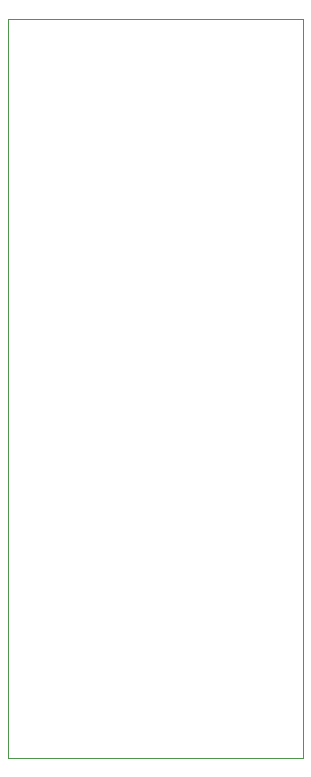
<source format=gko>
G04 Layer_Color=16711935*
%FSLAX44Y44*%
%MOMM*%
G71*
G01*
G75*
%ADD39C,0.1000*%
D39*
X0Y0D02*
X250000D01*
Y625500D01*
X0D02*
X250000D01*
X0Y0D02*
Y625500D01*
M02*

</source>
